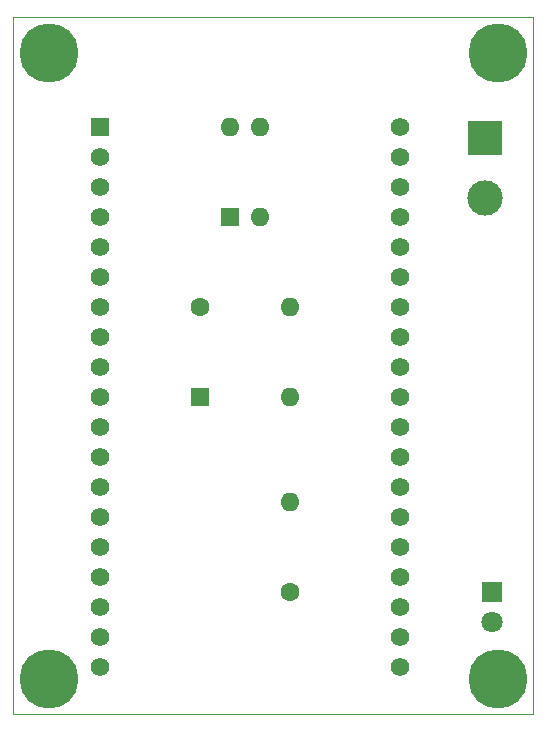
<source format=gbr>
%TF.GenerationSoftware,KiCad,Pcbnew,6.0.10+dfsg-1~bpo11+1*%
%TF.CreationDate,2023-02-14T21:12:36+00:00*%
%TF.ProjectId,Gazpar,47617a70-6172-42e6-9b69-6361645f7063,rev?*%
%TF.SameCoordinates,Original*%
%TF.FileFunction,Soldermask,Bot*%
%TF.FilePolarity,Negative*%
%FSLAX45Y45*%
G04 Gerber Fmt 4.5, Leading zero omitted, Abs format (unit mm)*
G04 Created by KiCad (PCBNEW 6.0.10+dfsg-1~bpo11+1) date 2023-02-14 21:12:36*
%MOMM*%
%LPD*%
G01*
G04 APERTURE LIST*
%TA.AperFunction,Profile*%
%ADD10C,0.050000*%
%TD*%
%ADD11R,1.800000X1.800000*%
%ADD12C,1.800000*%
%ADD13R,1.600000X1.600000*%
%ADD14O,1.600000X1.600000*%
%ADD15R,1.560000X1.560000*%
%ADD16C,1.560000*%
%ADD17C,1.600000*%
%ADD18R,3.000000X3.000000*%
%ADD19C,3.000000*%
%ADD20C,2.900000*%
%ADD21C,5.000000*%
G04 APERTURE END LIST*
D10*
X15000000Y-4100000D02*
X15000000Y-10000000D01*
X15000000Y-4100000D02*
X19400000Y-4100000D01*
X19400000Y-4100000D02*
X19400000Y-10000000D01*
X15000000Y-10000000D02*
X19400000Y-10000000D01*
D11*
X19057000Y-8961000D03*
D12*
X19057000Y-9215000D03*
D13*
X16584250Y-7310000D03*
D14*
X17346250Y-7310000D03*
D15*
X15730000Y-5024000D03*
D16*
X15730000Y-5278000D03*
X15730000Y-5532000D03*
X15730000Y-5786000D03*
X15730000Y-6040000D03*
X15730000Y-6294000D03*
X15730000Y-6548000D03*
X15730000Y-6802000D03*
X15730000Y-7056000D03*
X15730000Y-7310000D03*
X15730000Y-7564000D03*
X15730000Y-7818000D03*
X15730000Y-8072000D03*
X15730000Y-8326000D03*
X15730000Y-8580000D03*
X15730000Y-8834000D03*
X15730000Y-9088000D03*
X15730000Y-9342000D03*
X15730000Y-9596000D03*
X18270000Y-5024000D03*
X18270000Y-5278000D03*
X18270000Y-5532000D03*
X18270000Y-5786000D03*
X18270000Y-6040000D03*
X18270000Y-6294000D03*
X18270000Y-6548000D03*
X18270000Y-6802000D03*
X18270000Y-7056000D03*
X18270000Y-7310000D03*
X18270000Y-7564000D03*
X18270000Y-7818000D03*
X18270000Y-8072000D03*
X18270000Y-8326000D03*
X18270000Y-8580000D03*
X18270000Y-8834000D03*
X18270000Y-9088000D03*
X18270000Y-9342000D03*
X18270000Y-9596000D03*
D17*
X16584250Y-6548000D03*
D14*
X17346250Y-6548000D03*
D13*
X16837750Y-5786000D03*
D14*
X17091750Y-5786000D03*
X17091750Y-5024000D03*
X16837750Y-5024000D03*
D18*
X18993500Y-5118000D03*
D19*
X18993500Y-5626000D03*
D17*
X17346250Y-8961000D03*
D14*
X17346250Y-8199000D03*
D20*
X19100000Y-9700000D03*
D21*
X19100000Y-9700000D03*
X19100000Y-4400000D03*
D20*
X19100000Y-4400000D03*
X15300000Y-4400000D03*
D21*
X15300000Y-4400000D03*
D20*
X15300000Y-9700000D03*
D21*
X15300000Y-9700000D03*
M02*

</source>
